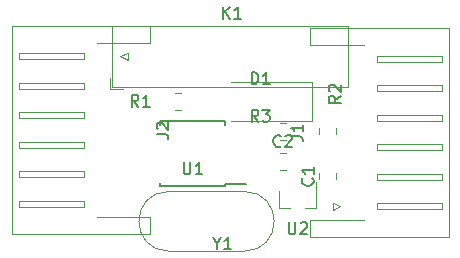
<source format=gbr>
G04 #@! TF.GenerationSoftware,KiCad,Pcbnew,(5.0.2-5)-5*
G04 #@! TF.CreationDate,2019-06-28T16:40:31+03:00*
G04 #@! TF.ProjectId,bike_motor_shim,62696b65-5f6d-46f7-946f-725f7368696d,rev?*
G04 #@! TF.SameCoordinates,Original*
G04 #@! TF.FileFunction,Legend,Top*
G04 #@! TF.FilePolarity,Positive*
%FSLAX46Y46*%
G04 Gerber Fmt 4.6, Leading zero omitted, Abs format (unit mm)*
G04 Created by KiCad (PCBNEW (5.0.2-5)-5) date 2019 June 28, Friday 16:40:31*
%MOMM*%
%LPD*%
G01*
G04 APERTURE LIST*
%ADD10C,0.120000*%
%ADD11C,0.150000*%
G04 APERTURE END LIST*
D10*
G04 #@! TO.C,Y1*
X145290000Y-123840000D02*
X151690000Y-123840000D01*
X145290000Y-128890000D02*
X151690000Y-128890000D01*
X145290000Y-128890000D02*
G75*
G02X145290000Y-123840000I0J2525000D01*
G01*
X151690000Y-128890000D02*
G75*
G03X151690000Y-123840000I0J2525000D01*
G01*
G04 #@! TO.C,C1*
X159460000Y-122816252D02*
X159460000Y-122293748D01*
X158040000Y-122816252D02*
X158040000Y-122293748D01*
G04 #@! TO.C,C2*
X154678748Y-120575000D02*
X155201252Y-120575000D01*
X154678748Y-121995000D02*
X155201252Y-121995000D01*
G04 #@! TO.C,D1*
X157435000Y-117855000D02*
X157435000Y-114555000D01*
X157435000Y-114555000D02*
X150535000Y-114555000D01*
X157435000Y-117855000D02*
X150535000Y-117855000D01*
G04 #@! TO.C,R1*
X145788748Y-115495000D02*
X146311252Y-115495000D01*
X145788748Y-116915000D02*
X146311252Y-116915000D01*
G04 #@! TO.C,R2*
X159460000Y-119006252D02*
X159460000Y-118483748D01*
X158040000Y-119006252D02*
X158040000Y-118483748D01*
G04 #@! TO.C,R3*
X154678748Y-118035000D02*
X155201252Y-118035000D01*
X154678748Y-119455000D02*
X155201252Y-119455000D01*
D11*
G04 #@! TO.C,U1*
X150070000Y-123405000D02*
X150070000Y-123200000D01*
X144570000Y-123405000D02*
X144570000Y-123105000D01*
X144570000Y-117895000D02*
X144570000Y-118195000D01*
X150070000Y-117895000D02*
X150070000Y-118195000D01*
X150070000Y-123405000D02*
X144570000Y-123405000D01*
X150070000Y-117895000D02*
X144570000Y-117895000D01*
X150070000Y-123200000D02*
X151820000Y-123200000D01*
D10*
G04 #@! TO.C,U2*
X154630000Y-125220000D02*
X155560000Y-125220000D01*
X157790000Y-125220000D02*
X156860000Y-125220000D01*
X157790000Y-125220000D02*
X157790000Y-123060000D01*
X154630000Y-125220000D02*
X154630000Y-123760000D01*
G04 #@! TO.C,J2*
X131990000Y-118645000D02*
X131990000Y-109835000D01*
X131990000Y-109835000D02*
X143710000Y-109835000D01*
X143710000Y-109835000D02*
X143710000Y-111255000D01*
X143710000Y-111255000D02*
X139210000Y-111255000D01*
X131990000Y-118645000D02*
X131990000Y-127455000D01*
X131990000Y-127455000D02*
X143710000Y-127455000D01*
X143710000Y-127455000D02*
X143710000Y-126035000D01*
X143710000Y-126035000D02*
X139210000Y-126035000D01*
X138100000Y-112145000D02*
X132600000Y-112145000D01*
X132600000Y-112145000D02*
X132600000Y-112645000D01*
X132600000Y-112645000D02*
X138100000Y-112645000D01*
X138100000Y-112645000D02*
X138100000Y-112145000D01*
X138100000Y-114645000D02*
X132600000Y-114645000D01*
X132600000Y-114645000D02*
X132600000Y-115145000D01*
X132600000Y-115145000D02*
X138100000Y-115145000D01*
X138100000Y-115145000D02*
X138100000Y-114645000D01*
X138100000Y-117145000D02*
X132600000Y-117145000D01*
X132600000Y-117145000D02*
X132600000Y-117645000D01*
X132600000Y-117645000D02*
X138100000Y-117645000D01*
X138100000Y-117645000D02*
X138100000Y-117145000D01*
X138100000Y-119645000D02*
X132600000Y-119645000D01*
X132600000Y-119645000D02*
X132600000Y-120145000D01*
X132600000Y-120145000D02*
X138100000Y-120145000D01*
X138100000Y-120145000D02*
X138100000Y-119645000D01*
X138100000Y-122145000D02*
X132600000Y-122145000D01*
X132600000Y-122145000D02*
X132600000Y-122645000D01*
X132600000Y-122645000D02*
X138100000Y-122645000D01*
X138100000Y-122645000D02*
X138100000Y-122145000D01*
X138100000Y-124645000D02*
X132600000Y-124645000D01*
X132600000Y-124645000D02*
X132600000Y-125145000D01*
X132600000Y-125145000D02*
X138100000Y-125145000D01*
X138100000Y-125145000D02*
X138100000Y-124645000D01*
X141200000Y-112395000D02*
X141800000Y-112095000D01*
X141800000Y-112095000D02*
X141800000Y-112695000D01*
X141800000Y-112695000D02*
X141200000Y-112395000D01*
G04 #@! TO.C,J1*
X169000000Y-118845000D02*
X169000000Y-127655000D01*
X169000000Y-127655000D02*
X157280000Y-127655000D01*
X157280000Y-127655000D02*
X157280000Y-126235000D01*
X157280000Y-126235000D02*
X161780000Y-126235000D01*
X169000000Y-118845000D02*
X169000000Y-110035000D01*
X169000000Y-110035000D02*
X157280000Y-110035000D01*
X157280000Y-110035000D02*
X157280000Y-111455000D01*
X157280000Y-111455000D02*
X161780000Y-111455000D01*
X162890000Y-125345000D02*
X168390000Y-125345000D01*
X168390000Y-125345000D02*
X168390000Y-124845000D01*
X168390000Y-124845000D02*
X162890000Y-124845000D01*
X162890000Y-124845000D02*
X162890000Y-125345000D01*
X162890000Y-122845000D02*
X168390000Y-122845000D01*
X168390000Y-122845000D02*
X168390000Y-122345000D01*
X168390000Y-122345000D02*
X162890000Y-122345000D01*
X162890000Y-122345000D02*
X162890000Y-122845000D01*
X162890000Y-120345000D02*
X168390000Y-120345000D01*
X168390000Y-120345000D02*
X168390000Y-119845000D01*
X168390000Y-119845000D02*
X162890000Y-119845000D01*
X162890000Y-119845000D02*
X162890000Y-120345000D01*
X162890000Y-117845000D02*
X168390000Y-117845000D01*
X168390000Y-117845000D02*
X168390000Y-117345000D01*
X168390000Y-117345000D02*
X162890000Y-117345000D01*
X162890000Y-117345000D02*
X162890000Y-117845000D01*
X162890000Y-115345000D02*
X168390000Y-115345000D01*
X168390000Y-115345000D02*
X168390000Y-114845000D01*
X168390000Y-114845000D02*
X162890000Y-114845000D01*
X162890000Y-114845000D02*
X162890000Y-115345000D01*
X162890000Y-112845000D02*
X168390000Y-112845000D01*
X168390000Y-112845000D02*
X168390000Y-112345000D01*
X168390000Y-112345000D02*
X162890000Y-112345000D01*
X162890000Y-112345000D02*
X162890000Y-112845000D01*
X159790000Y-125095000D02*
X159190000Y-125395000D01*
X159190000Y-125395000D02*
X159190000Y-124795000D01*
X159190000Y-124795000D02*
X159790000Y-125095000D01*
G04 #@! TO.C,K1*
X140325000Y-115195000D02*
X140325000Y-114195000D01*
X141425000Y-115195000D02*
X140325000Y-115195000D01*
X140525000Y-114995000D02*
X140525000Y-109795000D01*
X160425000Y-114995000D02*
X140525000Y-114995000D01*
X160425000Y-109795000D02*
X160425000Y-114995000D01*
X140525000Y-109795000D02*
X160425000Y-109795000D01*
G04 #@! TO.C,Y1*
D11*
X149383809Y-128246190D02*
X149383809Y-128722380D01*
X149050476Y-127722380D02*
X149383809Y-128246190D01*
X149717142Y-127722380D01*
X150574285Y-128722380D02*
X150002857Y-128722380D01*
X150288571Y-128722380D02*
X150288571Y-127722380D01*
X150193333Y-127865238D01*
X150098095Y-127960476D01*
X150002857Y-128008095D01*
G04 #@! TO.C,C1*
X157457142Y-122721666D02*
X157504761Y-122769285D01*
X157552380Y-122912142D01*
X157552380Y-123007380D01*
X157504761Y-123150238D01*
X157409523Y-123245476D01*
X157314285Y-123293095D01*
X157123809Y-123340714D01*
X156980952Y-123340714D01*
X156790476Y-123293095D01*
X156695238Y-123245476D01*
X156600000Y-123150238D01*
X156552380Y-123007380D01*
X156552380Y-122912142D01*
X156600000Y-122769285D01*
X156647619Y-122721666D01*
X157552380Y-121769285D02*
X157552380Y-122340714D01*
X157552380Y-122055000D02*
X156552380Y-122055000D01*
X156695238Y-122150238D01*
X156790476Y-122245476D01*
X156838095Y-122340714D01*
G04 #@! TO.C,C2*
X154773333Y-119992142D02*
X154725714Y-120039761D01*
X154582857Y-120087380D01*
X154487619Y-120087380D01*
X154344761Y-120039761D01*
X154249523Y-119944523D01*
X154201904Y-119849285D01*
X154154285Y-119658809D01*
X154154285Y-119515952D01*
X154201904Y-119325476D01*
X154249523Y-119230238D01*
X154344761Y-119135000D01*
X154487619Y-119087380D01*
X154582857Y-119087380D01*
X154725714Y-119135000D01*
X154773333Y-119182619D01*
X155154285Y-119182619D02*
X155201904Y-119135000D01*
X155297142Y-119087380D01*
X155535238Y-119087380D01*
X155630476Y-119135000D01*
X155678095Y-119182619D01*
X155725714Y-119277857D01*
X155725714Y-119373095D01*
X155678095Y-119515952D01*
X155106666Y-120087380D01*
X155725714Y-120087380D01*
G04 #@! TO.C,D1*
X152296904Y-114752380D02*
X152296904Y-113752380D01*
X152535000Y-113752380D01*
X152677857Y-113800000D01*
X152773095Y-113895238D01*
X152820714Y-113990476D01*
X152868333Y-114180952D01*
X152868333Y-114323809D01*
X152820714Y-114514285D01*
X152773095Y-114609523D01*
X152677857Y-114704761D01*
X152535000Y-114752380D01*
X152296904Y-114752380D01*
X153820714Y-114752380D02*
X153249285Y-114752380D01*
X153535000Y-114752380D02*
X153535000Y-113752380D01*
X153439761Y-113895238D01*
X153344523Y-113990476D01*
X153249285Y-114038095D01*
G04 #@! TO.C,R1*
X142708333Y-116657380D02*
X142375000Y-116181190D01*
X142136904Y-116657380D02*
X142136904Y-115657380D01*
X142517857Y-115657380D01*
X142613095Y-115705000D01*
X142660714Y-115752619D01*
X142708333Y-115847857D01*
X142708333Y-115990714D01*
X142660714Y-116085952D01*
X142613095Y-116133571D01*
X142517857Y-116181190D01*
X142136904Y-116181190D01*
X143660714Y-116657380D02*
X143089285Y-116657380D01*
X143375000Y-116657380D02*
X143375000Y-115657380D01*
X143279761Y-115800238D01*
X143184523Y-115895476D01*
X143089285Y-115943095D01*
G04 #@! TO.C,R2*
X159837380Y-115736666D02*
X159361190Y-116070000D01*
X159837380Y-116308095D02*
X158837380Y-116308095D01*
X158837380Y-115927142D01*
X158885000Y-115831904D01*
X158932619Y-115784285D01*
X159027857Y-115736666D01*
X159170714Y-115736666D01*
X159265952Y-115784285D01*
X159313571Y-115831904D01*
X159361190Y-115927142D01*
X159361190Y-116308095D01*
X158932619Y-115355714D02*
X158885000Y-115308095D01*
X158837380Y-115212857D01*
X158837380Y-114974761D01*
X158885000Y-114879523D01*
X158932619Y-114831904D01*
X159027857Y-114784285D01*
X159123095Y-114784285D01*
X159265952Y-114831904D01*
X159837380Y-115403333D01*
X159837380Y-114784285D01*
G04 #@! TO.C,R3*
X152868333Y-117927380D02*
X152535000Y-117451190D01*
X152296904Y-117927380D02*
X152296904Y-116927380D01*
X152677857Y-116927380D01*
X152773095Y-116975000D01*
X152820714Y-117022619D01*
X152868333Y-117117857D01*
X152868333Y-117260714D01*
X152820714Y-117355952D01*
X152773095Y-117403571D01*
X152677857Y-117451190D01*
X152296904Y-117451190D01*
X153201666Y-116927380D02*
X153820714Y-116927380D01*
X153487380Y-117308333D01*
X153630238Y-117308333D01*
X153725476Y-117355952D01*
X153773095Y-117403571D01*
X153820714Y-117498809D01*
X153820714Y-117736904D01*
X153773095Y-117832142D01*
X153725476Y-117879761D01*
X153630238Y-117927380D01*
X153344523Y-117927380D01*
X153249285Y-117879761D01*
X153201666Y-117832142D01*
G04 #@! TO.C,U1*
X146558095Y-121372380D02*
X146558095Y-122181904D01*
X146605714Y-122277142D01*
X146653333Y-122324761D01*
X146748571Y-122372380D01*
X146939047Y-122372380D01*
X147034285Y-122324761D01*
X147081904Y-122277142D01*
X147129523Y-122181904D01*
X147129523Y-121372380D01*
X148129523Y-122372380D02*
X147558095Y-122372380D01*
X147843809Y-122372380D02*
X147843809Y-121372380D01*
X147748571Y-121515238D01*
X147653333Y-121610476D01*
X147558095Y-121658095D01*
G04 #@! TO.C,U2*
X155448095Y-126452380D02*
X155448095Y-127261904D01*
X155495714Y-127357142D01*
X155543333Y-127404761D01*
X155638571Y-127452380D01*
X155829047Y-127452380D01*
X155924285Y-127404761D01*
X155971904Y-127357142D01*
X156019523Y-127261904D01*
X156019523Y-126452380D01*
X156448095Y-126547619D02*
X156495714Y-126500000D01*
X156590952Y-126452380D01*
X156829047Y-126452380D01*
X156924285Y-126500000D01*
X156971904Y-126547619D01*
X157019523Y-126642857D01*
X157019523Y-126738095D01*
X156971904Y-126880952D01*
X156400476Y-127452380D01*
X157019523Y-127452380D01*
G04 #@! TO.C,J2*
X144252380Y-118978333D02*
X144966666Y-118978333D01*
X145109523Y-119025952D01*
X145204761Y-119121190D01*
X145252380Y-119264047D01*
X145252380Y-119359285D01*
X144347619Y-118549761D02*
X144300000Y-118502142D01*
X144252380Y-118406904D01*
X144252380Y-118168809D01*
X144300000Y-118073571D01*
X144347619Y-118025952D01*
X144442857Y-117978333D01*
X144538095Y-117978333D01*
X144680952Y-118025952D01*
X145252380Y-118597380D01*
X145252380Y-117978333D01*
G04 #@! TO.C,J1*
X155642380Y-119178333D02*
X156356666Y-119178333D01*
X156499523Y-119225952D01*
X156594761Y-119321190D01*
X156642380Y-119464047D01*
X156642380Y-119559285D01*
X156642380Y-118178333D02*
X156642380Y-118749761D01*
X156642380Y-118464047D02*
X155642380Y-118464047D01*
X155785238Y-118559285D01*
X155880476Y-118654523D01*
X155928095Y-118749761D01*
G04 #@! TO.C,K1*
X149886904Y-109197380D02*
X149886904Y-108197380D01*
X150458333Y-109197380D02*
X150029761Y-108625952D01*
X150458333Y-108197380D02*
X149886904Y-108768809D01*
X151410714Y-109197380D02*
X150839285Y-109197380D01*
X151125000Y-109197380D02*
X151125000Y-108197380D01*
X151029761Y-108340238D01*
X150934523Y-108435476D01*
X150839285Y-108483095D01*
G04 #@! TD*
M02*

</source>
